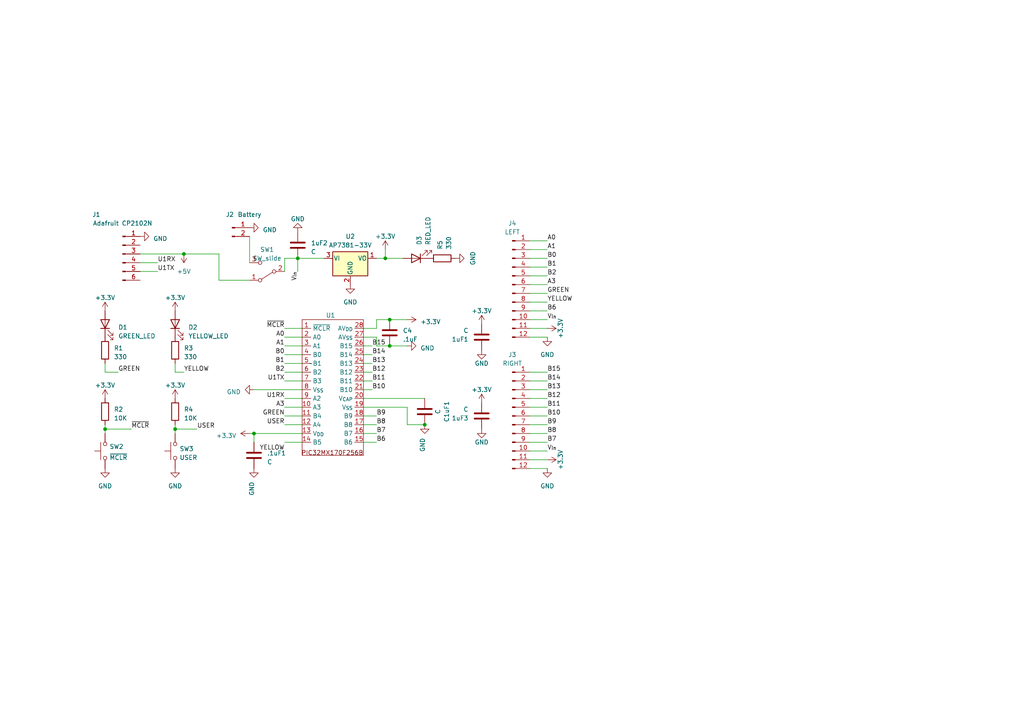
<source format=kicad_sch>
(kicad_sch (version 20230121) (generator eeschema)
  (paper "A4")
  (lib_symbols
    (symbol "Connector:Conn_01x02_Pin" (pin_names (offset 1.016) hide)
      (property "Reference" "J" (at 0 2.54 0))
      (property "Value" "Conn_01x02_Pin" (at 0 -5.08 0))
      (symbol "Conn_01x02_Pin_1_1"
        (polyline (pts (xy 1.27 -2.54) (xy 0.8636 -2.54)) (stroke (width 0.1524)))
        (polyline (pts (xy 1.27 0) (xy 0.8636 0)) (stroke (width 0.1524)))
        (rectangle (start 0.8636 -2.413) (end 0 -2.667) (stroke (width 0.1524)) (fill (type outline)))
        (rectangle (start 0.8636 0.127) (end 0 -0.127) (stroke (width 0.1524)) (fill (type outline)))
        (pin passive line (at 5.08 0 180) (length 3.81) (name "Pin_1") (number "1"))
        (pin passive line (at 5.08 -2.54 180) (length 3.81) (name "Pin_2") (number "2"))
      )
    )
    (symbol "Connector:Conn_01x06_Pin" (pin_names (offset 1.016) hide)
      (property "Reference" "J" (at 0 7.62 0))
      (property "Value" "Conn_01x06_Pin" (at 0 -10.16 0))
      (symbol "Conn_01x06_Pin_1_1"
        (polyline (pts (xy 1.27 -7.62) (xy 0.8636 -7.62)) (stroke (width 0.1524)))
        (polyline (pts (xy 1.27 -5.08) (xy 0.8636 -5.08)) (stroke (width 0.1524)))
        (polyline (pts (xy 1.27 -2.54) (xy 0.8636 -2.54)) (stroke (width 0.1524)))
        (polyline (pts (xy 1.27 0) (xy 0.8636 0)) (stroke (width 0.1524)))
        (polyline (pts (xy 1.27 2.54) (xy 0.8636 2.54)) (stroke (width 0.1524)))
        (polyline (pts (xy 1.27 5.08) (xy 0.8636 5.08)) (stroke (width 0.1524)))
        (rectangle (start 0.8636 -7.493) (end 0 -7.747) (stroke (width 0.1524)) (fill (type outline)))
        (rectangle (start 0.8636 -4.953) (end 0 -5.207) (stroke (width 0.1524)) (fill (type outline)))
        (rectangle (start 0.8636 -2.413) (end 0 -2.667) (stroke (width 0.1524)) (fill (type outline)))
        (rectangle (start 0.8636 0.127) (end 0 -0.127) (stroke (width 0.1524)) (fill (type outline)))
        (rectangle (start 0.8636 2.667) (end 0 2.413) (stroke (width 0.1524)) (fill (type outline)))
        (rectangle (start 0.8636 5.207) (end 0 4.953) (stroke (width 0.1524)) (fill (type outline)))
        (pin passive line (at 5.08 5.08 180) (length 3.81) (name "Pin_1") (number "1"))
        (pin passive line (at 5.08 2.54 180) (length 3.81) (name "Pin_2") (number "2"))
        (pin passive line (at 5.08 0 180) (length 3.81) (name "Pin_3") (number "3"))
        (pin passive line (at 5.08 -2.54 180) (length 3.81) (name "Pin_4") (number "4"))
        (pin passive line (at 5.08 -5.08 180) (length 3.81) (name "Pin_5") (number "5"))
        (pin passive line (at 5.08 -7.62 180) (length 3.81) (name "Pin_6") (number "6"))
      )
    )
    (symbol "Connector:Conn_01x12_Pin" (pin_names (offset 1.016) hide)
      (property "Reference" "J" (at 0 15.24 0))
      (property "Value" "Conn_01x12_Pin" (at 0 -17.78 0))
      (symbol "Conn_01x12_Pin_1_1"
        (polyline (pts (xy 1.27 -15.24) (xy 0.8636 -15.24)) (stroke (width 0.1524)))
        (polyline (pts (xy 1.27 -12.7) (xy 0.8636 -12.7)) (stroke (width 0.1524)))
        (polyline (pts (xy 1.27 -10.16) (xy 0.8636 -10.16)) (stroke (width 0.1524)))
        (polyline (pts (xy 1.27 -7.62) (xy 0.8636 -7.62)) (stroke (width 0.1524)))
        (polyline (pts (xy 1.27 -5.08) (xy 0.8636 -5.08)) (stroke (width 0.1524)))
        (polyline (pts (xy 1.27 -2.54) (xy 0.8636 -2.54)) (stroke (width 0.1524)))
        (polyline (pts (xy 1.27 0) (xy 0.8636 0)) (stroke (width 0.1524)))
        (polyline (pts (xy 1.27 2.54) (xy 0.8636 2.54)) (stroke (width 0.1524)))
        (polyline (pts (xy 1.27 5.08) (xy 0.8636 5.08)) (stroke (width 0.1524)))
        (polyline (pts (xy 1.27 7.62) (xy 0.8636 7.62)) (stroke (width 0.1524)))
        (polyline (pts (xy 1.27 10.16) (xy 0.8636 10.16)) (stroke (width 0.1524)))
        (polyline (pts (xy 1.27 12.7) (xy 0.8636 12.7)) (stroke (width 0.1524)))
        (rectangle (start 0.8636 -15.113) (end 0 -15.367) (stroke (width 0.1524)) (fill (type outline)))
        (rectangle (start 0.8636 -12.573) (end 0 -12.827) (stroke (width 0.1524)) (fill (type outline)))
        (rectangle (start 0.8636 -10.033) (end 0 -10.287) (stroke (width 0.1524)) (fill (type outline)))
        (rectangle (start 0.8636 -7.493) (end 0 -7.747) (stroke (width 0.1524)) (fill (type outline)))
        (rectangle (start 0.8636 -4.953) (end 0 -5.207) (stroke (width 0.1524)) (fill (type outline)))
        (rectangle (start 0.8636 -2.413) (end 0 -2.667) (stroke (width 0.1524)) (fill (type outline)))
        (rectangle (start 0.8636 0.127) (end 0 -0.127) (stroke (width 0.1524)) (fill (type outline)))
        (rectangle (start 0.8636 2.667) (end 0 2.413) (stroke (width 0.1524)) (fill (type outline)))
        (rectangle (start 0.8636 5.207) (end 0 4.953) (stroke (width 0.1524)) (fill (type outline)))
        (rectangle (start 0.8636 7.747) (end 0 7.493) (stroke (width 0.1524)) (fill (type outline)))
        (rectangle (start 0.8636 10.287) (end 0 10.033) (stroke (width 0.1524)) (fill (type outline)))
        (rectangle (start 0.8636 12.827) (end 0 12.573) (stroke (width 0.1524)) (fill (type outline)))
        (pin passive line (at 5.08 12.7 180) (length 3.81) (name "Pin_1") (number "1"))
        (pin passive line (at 5.08 -10.16 180) (length 3.81) (name "Pin_10") (number "10"))
        (pin passive line (at 5.08 -12.7 180) (length 3.81) (name "Pin_11") (number "11"))
        (pin passive line (at 5.08 -15.24 180) (length 3.81) (name "Pin_12") (number "12"))
        (pin passive line (at 5.08 10.16 180) (length 3.81) (name "Pin_2") (number "2"))
        (pin passive line (at 5.08 7.62 180) (length 3.81) (name "Pin_3") (number "3"))
        (pin passive line (at 5.08 5.08 180) (length 3.81) (name "Pin_4") (number "4"))
        (pin passive line (at 5.08 2.54 180) (length 3.81) (name "Pin_5") (number "5"))
        (pin passive line (at 5.08 0 180) (length 3.81) (name "Pin_6") (number "6"))
        (pin passive line (at 5.08 -2.54 180) (length 3.81) (name "Pin_7") (number "7"))
        (pin passive line (at 5.08 -5.08 180) (length 3.81) (name "Pin_8") (number "8"))
        (pin passive line (at 5.08 -7.62 180) (length 3.81) (name "Pin_9") (number "9"))
      )
    )
    (symbol "Device:C" (pin_numbers hide) (pin_names (offset 0.254))
      (property "Reference" "C" (at 0.635 2.54 0))
      (property "Value" "C" (at 0.635 -2.54 0))
      (symbol "C_0_1"
        (polyline (pts (xy -2.032 -0.762) (xy 2.032 -0.762)) (stroke (width 0.508)))
        (polyline (pts (xy -2.032 0.762) (xy 2.032 0.762)) (stroke (width 0.508)))
      )
      (symbol "C_1_1"
        (pin passive line (at 0 3.81 270) (length 2.794) (name "~") (number "1"))
        (pin passive line (at 0 -3.81 90) (length 2.794) (name "~") (number "2"))
      )
    )
    (symbol "Device:LED" (pin_numbers hide) (pin_names (offset 1.016) hide)
      (property "Reference" "D" (at 0 2.54 0))
      (property "Value" "LED" (at 0 -2.54 0))
      (symbol "LED_0_1"
        (polyline (pts (xy -1.27 -1.27) (xy -1.27 1.27)) (stroke (width 0.254)))
        (polyline (pts (xy -1.27 0) (xy 1.27 0)))
        (polyline (pts (xy 1.27 -1.27) (xy 1.27 1.27) (xy -1.27 0) (xy 1.27 -1.27)) (stroke (width 0.254)))
        (polyline (pts (xy -3.048 -0.762) (xy -4.572 -2.286) (xy -3.81 -2.286) (xy -4.572 -2.286) (xy -4.572 -1.524)))
        (polyline (pts (xy -1.778 -0.762) (xy -3.302 -2.286) (xy -2.54 -2.286) (xy -3.302 -2.286) (xy -3.302 -1.524)))
      )
      (symbol "LED_1_1"
        (pin passive line (at -3.81 0 0) (length 2.54) (name "K") (number "1"))
        (pin passive line (at 3.81 0 180) (length 2.54) (name "A") (number "2"))
      )
    )
    (symbol "Device:R" (pin_numbers hide) (pin_names (offset 0))
      (property "Reference" "R" (at 2.032 0 90))
      (property "Value" "R" (at 0 0 90))
      (symbol "R_0_1"
        (rectangle (start -1.016 -2.54) (end 1.016 2.54) (stroke (width 0.254)))
      )
      (symbol "R_1_1"
        (pin passive line (at 0 3.81 270) (length 1.27) (name "~") (number "1"))
        (pin passive line (at 0 -3.81 90) (length 1.27) (name "~") (number "2"))
      )
    )
    (symbol "PIC32DIP:AP7384-33V" (pin_names (offset 0.254))
      (property "Reference" "U" (at -3.81 3.175 0))
      (property "Value" "AP7381-33V" (at 0 3.175 0))
      (symbol "AP7384-33V_0_1"
        (rectangle (start -5.08 1.905) (end 5.08 -5.08) (stroke (width 0.254)) (fill (type background)))
      )
      (symbol "AP7384-33V_1_1"
        (pin power_out line (at 7.62 0 180) (length 2.54) (name "VO") (number "1"))
        (pin power_in line (at 0 -7.62 90) (length 2.54) (name "GND") (number "2"))
        (pin power_in line (at -7.62 0 0) (length 2.54) (name "VI") (number "3"))
      )
    )
    (symbol "PIC32DIP:PIC32"
      (property "Reference" "U" (at 16.51 -25.4 0))
      (symbol "PIC32_0_0"
        (text_box "PIC32MX170F256B\n" (at -3.81 -24.13 0) (size 19.05 -3.81) (stroke (width -0.0001)) (effects (font (size 1.27 1.27)) (justify left top)))
      )
      (symbol "PIC32_0_1"
        (rectangle (start -2.54 12.7) (end 15.24 -26.67))
      )
      (symbol "PIC32_1_1"
        (pin input line (at -2.54 10.16 0) (length 2.54) (name "~{MCLR}") (number "1"))
        (pin input line (at -2.54 -12.7 0) (length 2.54) (name "A3") (number "10"))
        (pin input line (at -2.54 -15.24 0) (length 2.54) (name "B4") (number "11"))
        (pin input line (at -2.54 -17.78 0) (length 2.54) (name "A4") (number "12"))
        (pin input line (at -2.54 -20.32 0) (length 2.54) (name "V_{DD}") (number "13"))
        (pin input line (at -2.54 -22.86 0) (length 2.54) (name "B5") (number "14"))
        (pin input line (at 15.24 -22.86 180) (length 2.54) (name "B6") (number "15"))
        (pin input line (at 15.24 -20.32 180) (length 2.54) (name "B7") (number "16"))
        (pin input line (at 15.24 -17.78 180) (length 2.54) (name "B8") (number "17"))
        (pin input line (at 15.24 -15.24 180) (length 2.54) (name "B9") (number "18"))
        (pin input line (at 15.24 -12.7 180) (length 2.54) (name "V_{SS}") (number "19"))
        (pin input line (at -2.54 7.62 0) (length 2.54) (name "A0") (number "2"))
        (pin input line (at 15.24 -10.16 180) (length 2.54) (name "V_{CAP}") (number "20"))
        (pin input line (at 15.24 -7.62 180) (length 2.54) (name "B10") (number "21"))
        (pin input line (at 15.24 -5.08 180) (length 2.54) (name "B11") (number "22"))
        (pin input line (at 15.24 -2.54 180) (length 2.54) (name "B12") (number "23"))
        (pin input line (at 15.24 0 180) (length 2.54) (name "B13") (number "24"))
        (pin input line (at 15.24 2.54 180) (length 2.54) (name "B14") (number "25"))
        (pin input line (at 15.24 5.08 180) (length 2.54) (name "B15") (number "26"))
        (pin input line (at 15.24 7.62 180) (length 2.54) (name "AV_{SS}") (number "27"))
        (pin input line (at 15.24 10.16 180) (length 2.54) (name "AV_{DD}") (number "28"))
        (pin input line (at -2.54 5.08 0) (length 2.54) (name "A1") (number "3"))
        (pin input line (at -2.54 2.54 0) (length 2.54) (name "B0") (number "4"))
        (pin input line (at -2.54 0 0) (length 2.54) (name "B1") (number "5"))
        (pin input line (at -2.54 -2.54 0) (length 2.54) (name "B2") (number "6"))
        (pin input line (at -2.54 -5.08 0) (length 2.54) (name "B3") (number "7"))
        (pin input line (at -2.54 -7.62 0) (length 2.54) (name "V_{SS}") (number "8"))
        (pin input line (at -2.54 -10.16 0) (length 2.54) (name "A2") (number "9"))
      )
    )
    (symbol "Switch:SW_Push" (pin_numbers hide) (pin_names (offset 1.016) hide)
      (property "Reference" "SW" (at 1.27 2.54 0))
      (property "Value" "SW_Push" (at 0 -1.524 0))
      (symbol "SW_Push_0_1"
        (circle (center -2.032 0) (radius 0.508))
        (polyline (pts (xy 0 1.27) (xy 0 3.048)))
        (polyline (pts (xy 2.54 1.27) (xy -2.54 1.27)))
        (circle (center 2.032 0) (radius 0.508))
        (pin passive line (at -5.08 0 0) (length 2.54) (name "1") (number "1"))
        (pin passive line (at 5.08 0 180) (length 2.54) (name "2") (number "2"))
      )
    )
    (symbol "Switch:SW_SPDT" (pin_names (offset 0) hide)
      (property "Reference" "SW" (at 0 4.318 0))
      (property "Value" "SW_SPDT" (at 0 -5.08 0))
      (symbol "SW_SPDT_0_0"
        (circle (center -2.032 0) (radius 0.508))
        (circle (center 2.032 -2.54) (radius 0.508))
      )
      (symbol "SW_SPDT_0_1"
        (polyline (pts (xy -1.524 0.254) (xy 1.651 2.286)))
        (circle (center 2.032 2.54) (radius 0.508))
      )
      (symbol "SW_SPDT_1_1"
        (pin passive line (at 5.08 2.54 180) (length 2.54) (name "A") (number "1"))
        (pin passive line (at -5.08 0 0) (length 2.54) (name "B") (number "2"))
        (pin passive line (at 5.08 -2.54 180) (length 2.54) (name "C") (number "3"))
      )
    )
    (symbol "power:+3.3V" (power) (pin_names (offset 0))
      (property "Value" "+3.3V" (at 0 3.556 0))
      (symbol "+3.3V_0_1"
        (polyline (pts (xy -0.762 1.27) (xy 0 2.54)))
        (polyline (pts (xy 0 0) (xy 0 2.54)))
        (polyline (pts (xy 0 2.54) (xy 0.762 1.27)))
      )
      (symbol "+3.3V_1_1"
        (pin power_in line (at 0 0 90) (length 0) hide (name "+3.3V") (number "1"))
      )
    )
    (symbol "power:+5V" (power) (pin_names (offset 0))
      (property "Value" "+5V" (at 0 3.556 0))
      (symbol "+5V_0_1"
        (polyline (pts (xy -0.762 1.27) (xy 0 2.54)))
        (polyline (pts (xy 0 0) (xy 0 2.54)))
        (polyline (pts (xy 0 2.54) (xy 0.762 1.27)))
      )
      (symbol "+5V_1_1"
        (pin power_in line (at 0 0 90) (length 0) hide (name "+5V") (number "1"))
      )
    )
    (symbol "power:GND" (power) (pin_names (offset 0))
      (property "Value" "GND" (at 0 -3.81 0))
      (symbol "GND_0_1"
        (polyline (pts (xy 0 0) (xy 0 -1.27) (xy 1.27 -1.27) (xy 0 -2.54) (xy -1.27 -1.27) (xy 0 -1.27)))
      )
      (symbol "GND_1_1"
        (pin power_in line (at 0 0 270) (length 0) hide (name "GND") (number "1"))
      )
    )
  )
  (junction (at 113.03 100.33))
  (junction (at 30.48 124.46))
  (junction (at 111.76 74.93))
  (junction (at 73.66 125.73))
  (junction (at 86.36 74.93))
  (junction (at 113.03 92.71))
  (junction (at 123.19 123.19))
  (junction (at 53.34 73.66))
  (junction (at 50.8 124.46))
  (wire (pts (xy 82.55 78.74) (xy 82.55 74.93)))
  (wire (pts (xy 105.41 110.49) (xy 107.95 110.49)))
  (wire (pts (xy 153.67 135.89) (xy 158.75 135.89)))
  (wire (pts (xy 105.41 118.11) (xy 118.11 118.11)))
  (wire (pts (xy 153.67 77.47) (xy 158.75 77.47)))
  (wire (pts (xy 40.64 73.66) (xy 53.34 73.66)))
  (wire (pts (xy 113.03 92.71) (xy 109.22 92.71)))
  (wire (pts (xy 105.41 102.87) (xy 107.95 102.87)))
  (wire (pts (xy 82.55 95.25) (xy 87.63 95.25)))
  (wire (pts (xy 72.39 125.73) (xy 73.66 125.73)))
  (wire (pts (xy 105.41 113.03) (xy 107.95 113.03)))
  (wire (pts (xy 153.67 74.93) (xy 158.75 74.93)))
  (wire (pts (xy 109.22 74.93) (xy 111.76 74.93)))
  (wire (pts (xy 40.64 78.74) (xy 45.72 78.74)))
  (wire (pts (xy 153.67 95.25) (xy 158.75 95.25)))
  (wire (pts (xy 153.67 113.03) (xy 158.75 113.03)))
  (wire (pts (xy 153.67 133.35) (xy 158.75 133.35)))
  (wire (pts (xy 153.67 123.19) (xy 158.75 123.19)))
  (wire (pts (xy 105.41 125.73) (xy 109.22 125.73)))
  (wire (pts (xy 50.8 123.19) (xy 50.8 124.46)))
  (wire (pts (xy 72.39 81.28) (xy 63.5 81.28)))
  (wire (pts (xy 72.39 68.58) (xy 72.39 76.2)))
  (wire (pts (xy 118.11 123.19) (xy 123.19 123.19)))
  (wire (pts (xy 63.5 81.28) (xy 63.5 73.66)))
  (wire (pts (xy 111.76 74.93) (xy 116.84 74.93)))
  (wire (pts (xy 153.67 125.73) (xy 158.75 125.73)))
  (wire (pts (xy 63.5 73.66) (xy 53.34 73.66)))
  (wire (pts (xy 113.03 100.33) (xy 118.11 100.33)))
  (wire (pts (xy 109.22 92.71) (xy 109.22 95.25)))
  (wire (pts (xy 109.22 100.33) (xy 113.03 100.33)))
  (wire (pts (xy 50.8 124.46) (xy 50.8 125.73)))
  (wire (pts (xy 153.67 82.55) (xy 158.75 82.55)))
  (wire (pts (xy 30.48 123.19) (xy 30.48 124.46)))
  (wire (pts (xy 153.67 80.01) (xy 158.75 80.01)))
  (wire (pts (xy 82.55 107.95) (xy 87.63 107.95)))
  (wire (pts (xy 105.41 100.33) (xy 107.95 100.33)))
  (wire (pts (xy 105.41 107.95) (xy 107.95 107.95)))
  (wire (pts (xy 82.55 115.57) (xy 87.63 115.57)))
  (wire (pts (xy 105.41 128.27) (xy 109.22 128.27)))
  (wire (pts (xy 109.22 95.25) (xy 105.41 95.25)))
  (wire (pts (xy 30.48 124.46) (xy 30.48 125.73)))
  (wire (pts (xy 86.36 74.93) (xy 86.36 78.74)))
  (wire (pts (xy 153.67 107.95) (xy 158.75 107.95)))
  (wire (pts (xy 82.55 105.41) (xy 87.63 105.41)))
  (wire (pts (xy 40.64 76.2) (xy 45.72 76.2)))
  (wire (pts (xy 153.67 110.49) (xy 158.75 110.49)))
  (wire (pts (xy 82.55 97.79) (xy 87.63 97.79)))
  (wire (pts (xy 109.22 97.79) (xy 109.22 100.33)))
  (wire (pts (xy 105.41 105.41) (xy 107.95 105.41)))
  (wire (pts (xy 82.55 74.93) (xy 86.36 74.93)))
  (wire (pts (xy 82.55 128.27) (xy 87.63 128.27)))
  (wire (pts (xy 82.55 110.49) (xy 87.63 110.49)))
  (wire (pts (xy 73.66 125.73) (xy 73.66 128.27)))
  (wire (pts (xy 153.67 72.39) (xy 158.75 72.39)))
  (wire (pts (xy 30.48 124.46) (xy 38.1 124.46)))
  (wire (pts (xy 153.67 115.57) (xy 158.75 115.57)))
  (wire (pts (xy 153.67 87.63) (xy 158.75 87.63)))
  (wire (pts (xy 105.41 123.19) (xy 109.22 123.19)))
  (wire (pts (xy 153.67 118.11) (xy 158.75 118.11)))
  (wire (pts (xy 153.67 92.71) (xy 158.75 92.71)))
  (wire (pts (xy 118.11 118.11) (xy 118.11 123.19)))
  (wire (pts (xy 86.36 74.93) (xy 93.98 74.93)))
  (wire (pts (xy 30.48 107.95) (xy 30.48 105.41)))
  (wire (pts (xy 153.67 120.65) (xy 158.75 120.65)))
  (wire (pts (xy 153.67 130.81) (xy 158.75 130.81)))
  (wire (pts (xy 105.41 120.65) (xy 109.22 120.65)))
  (wire (pts (xy 105.41 97.79) (xy 109.22 97.79)))
  (wire (pts (xy 153.67 90.17) (xy 158.75 90.17)))
  (wire (pts (xy 50.8 107.95) (xy 50.8 105.41)))
  (wire (pts (xy 153.67 128.27) (xy 158.75 128.27)))
  (wire (pts (xy 82.55 102.87) (xy 87.63 102.87)))
  (wire (pts (xy 113.03 92.71) (xy 118.11 92.71)))
  (wire (pts (xy 82.55 120.65) (xy 87.63 120.65)))
  (wire (pts (xy 82.55 118.11) (xy 87.63 118.11)))
  (wire (pts (xy 153.67 85.09) (xy 158.75 85.09)))
  (wire (pts (xy 53.34 107.95) (xy 50.8 107.95)))
  (wire (pts (xy 82.55 123.19) (xy 87.63 123.19)))
  (wire (pts (xy 153.67 97.79) (xy 158.75 97.79)))
  (wire (pts (xy 73.66 125.73) (xy 87.63 125.73)))
  (wire (pts (xy 153.67 69.85) (xy 158.75 69.85)))
  (wire (pts (xy 50.8 124.46) (xy 57.15 124.46)))
  (wire (pts (xy 34.29 107.95) (xy 30.48 107.95)))
  (wire (pts (xy 73.66 113.03) (xy 87.63 113.03)))
  (wire (pts (xy 111.76 72.39) (xy 111.76 74.93)))
  (wire (pts (xy 82.55 100.33) (xy 87.63 100.33)))
  (wire (pts (xy 105.41 115.57) (xy 123.19 115.57)))
  (label "B13" (at 107.95 105.41 0))
  (label "YELLOW" (at 158.75 87.63 0))
  (label "B9" (at 109.22 120.65 0))
  (label "B12" (at 107.95 107.95 0))
  (label "YELLOW" (at 82.55 130.81 180))
  (label "U1TX" (at 45.72 78.74 0))
  (label "GREEN" (at 82.55 120.65 180))
  (label "B9" (at 158.75 123.19 0))
  (label "B0" (at 158.75 74.93 0))
  (label "YELLOW" (at 53.34 107.95 0))
  (label "U1TX" (at 82.55 110.49 180))
  (label "~{MCLR}" (at 82.55 95.25 180))
  (label "B2" (at 158.75 80.01 0))
  (label "V_{in}" (at 86.36 78.74 270))
  (label "USER" (at 82.55 123.19 180))
  (label "B13" (at 158.75 113.03 0))
  (label "B7" (at 158.75 128.27 0))
  (label "B1" (at 82.55 105.41 180))
  (label "B0" (at 82.55 102.87 180))
  (label "B15" (at 107.95 100.33 0))
  (label "B10" (at 158.75 120.65 0))
  (label "B15" (at 158.75 107.95 0))
  (label "GREEN" (at 158.75 85.09 0))
  (label "B10" (at 107.95 113.03 0))
  (label "U1RX" (at 82.55 115.57 180))
  (label "B14" (at 158.75 110.49 0))
  (label "U1RX" (at 45.72 76.2 0))
  (label "A0" (at 82.55 97.79 180))
  (label "B6" (at 109.22 128.27 0))
  (label "B11" (at 158.75 118.11 0))
  (label "B12" (at 158.75 115.57 0))
  (label "A3" (at 82.55 118.11 180))
  (label "USER" (at 57.15 124.46 0))
  (label "A1" (at 82.55 100.33 180))
  (label "~{MCLR}" (at 38.1 124.46 0))
  (label "A1" (at 158.75 72.39 0))
  (label "B14" (at 107.95 102.87 0))
  (label "B6" (at 158.75 90.17 0))
  (label "V_{in}" (at 158.75 92.71 0))
  (label "A3" (at 158.75 82.55 0))
  (label "A0" (at 158.75 69.85 0))
  (label "B2" (at 82.55 107.95 180))
  (label "B8" (at 158.75 125.73 0))
  (label "B8" (at 109.22 123.19 0))
  (label "B7" (at 109.22 125.73 0))
  (label "GREEN" (at 34.29 107.95 0))
  (label "B1" (at 158.75 77.47 0))
  (label "B11" (at 107.95 110.49 0))
  (label "V_{in}" (at 158.75 130.81 0))
  (symbol (lib_id "power:+3.3V") (at 118.11 92.71 270) (unit 1)
    (property "Reference" "#PWR014" (effects hide))
    (property "Value" "+3.3V" (at 121.92 93.345 90) (effects (justify left)))
  )
  (symbol (lib_id "Connector:Conn_01x12_Pin") (at 148.59 82.55 0) (unit 1)
    (property "Reference" "J4" (at 148.59 64.77 0))
    (property "Value" "LEFT" (at 148.59 67.31 0))
    (property "Footprint" "Connector_PinSocket_2.54mm:PinSocket_1x12_P2.54mm_Vertical" (effects hide))
  )
  (symbol (lib_id "power:+3.3V") (at 50.8 115.57 0) (unit 1)
    (property "Reference" "#PWR013" (effects hide))
    (property "Value" "+3.3V" (at 50.8 111.76 0))
  )
  (symbol (lib_id "Connector:Conn_01x02_Pin") (at 67.31 66.04 0) (unit 1)
    (property "Reference" "J2" (at 66.675 62.23 0))
    (property "Value" "Battery" (at 72.39 62.23 0))
    (property "Footprint" "Connector_PinSocket_2.54mm:PinSocket_1x02_P2.54mm_Vertical" (effects hide))
  )
  (symbol (lib_id "power:+3.3V") (at 139.7 116.84 0) (unit 1)
    (property "Reference" "#PWR02" (effects hide))
    (property "Value" "+3.3V" (at 139.7 113.03 0))
  )
  (symbol (lib_id "Device:C") (at 73.66 132.08 0) (unit 1)
    (property "Reference" ".1uF1" (at 77.47 131.445 0) (effects (justify left)))
    (property "Value" "C" (at 77.47 133.985 0) (effects (justify left)))
    (property "Footprint" "Capacitor_THT:C_Disc_D5.1mm_W3.2mm_P5.00mm" (effects hide))
  )
  (symbol (lib_id "power:+3.3V") (at 111.76 72.39 0) (unit 1)
    (property "Reference" "#PWR07" (effects hide))
    (property "Value" "+3.3V" (at 111.76 68.58 0))
  )
  (symbol (lib_id "Device:LED") (at 120.65 74.93 180) (unit 1)
    (property "Reference" "D3" (at 121.6025 71.12 90) (effects (justify right)))
    (property "Value" "RED_LED" (at 124.1425 71.12 90) (effects (justify right)))
    (property "Footprint" "LED_THT:LED_D3.0mm" (effects hide))
  )
  (symbol (lib_id "Connector:Conn_01x12_Pin") (at 148.59 120.65 0) (unit 1)
    (property "Reference" "J3" (at 148.59 102.87 0))
    (property "Value" "RIGHT" (at 148.59 105.41 0))
    (property "Footprint" "Connector_PinSocket_2.54mm:PinSocket_1x12_P2.54mm_Vertical" (effects hide))
  )
  (symbol (lib_id "Device:LED") (at 30.48 93.98 90) (unit 1)
    (property "Reference" "D1" (at 34.29 94.9325 90) (effects (justify right)))
    (property "Value" "GREEN_LED" (at 34.29 97.4725 90) (effects (justify right)))
    (property "Footprint" "LED_THT:LED_D3.0mm" (effects hide))
  )
  (symbol (lib_id "Device:C") (at 139.7 120.65 0) (unit 1)
    (property "Reference" "1uF3" (at 135.89 121.285 0) (effects (justify right)))
    (property "Value" "C" (at 135.89 118.745 0) (effects (justify right)))
    (property "Footprint" "Capacitor_THT:C_Disc_D5.1mm_W3.2mm_P5.00mm" (effects hide))
  )
  (symbol (lib_id "power:+3.3V") (at 72.39 125.73 90) (unit 1)
    (property "Reference" "#PWR018" (effects hide))
    (property "Value" "+3.3V" (at 68.58 126.365 90) (effects (justify left)))
  )
  (symbol (lib_id "power:GND") (at 139.7 101.6 0) (unit 1)
    (property "Reference" "#PWR024" (effects hide))
    (property "Value" "GND" (at 139.7 105.41 0))
  )
  (symbol (lib_id "Device:C") (at 113.03 96.52 0) (unit 1)
    (property "Reference" "C4" (at 116.84 95.885 0) (effects (justify left)))
    (property "Value" ".1uF" (at 116.84 98.425 0) (effects (justify left)))
    (property "Footprint" "Capacitor_THT:C_Disc_D5.1mm_W3.2mm_P5.00mm" (effects hide))
  )
  (symbol (lib_id "PIC32DIP:PIC32") (at 90.17 105.41 0) (unit 1)
    (property "Reference" "U1" (at 95.885 91.44 0))
    (property "Value" "~" (at 90.17 105.41 0))
    (property "Footprint" "Package_DIP:DIP-28_W7.62mm_Socket" (effects hide))
  )
  (symbol (lib_id "Device:R") (at 30.48 101.6 0) (unit 1)
    (property "Reference" "R1" (at 33.02 100.965 0) (effects (justify left)))
    (property "Value" "330" (at 33.02 103.505 0) (effects (justify left)))
    (property "Footprint" "Resistor_THT:R_Axial_DIN0207_L6.3mm_D2.5mm_P7.62mm_Horizontal" (effects hide))
  )
  (symbol (lib_id "power:GND") (at 30.48 135.89 0) (unit 1)
    (property "Reference" "#PWR09" (effects hide))
    (property "Value" "GND" (at 30.48 140.97 0))
  )
  (symbol (lib_id "power:GND") (at 123.19 123.19 0) (unit 1)
    (property "Reference" "#PWR016" (effects hide))
    (property "Value" "GND" (at 122.555 127 90) (effects (justify right)))
  )
  (symbol (lib_id "Device:LED") (at 50.8 93.98 90) (unit 1)
    (property "Reference" "D2" (at 54.61 94.9325 90) (effects (justify right)))
    (property "Value" "YELLOW_LED" (at 54.61 97.4725 90) (effects (justify right)))
    (property "Footprint" "LED_THT:LED_D3.0mm" (effects hide))
  )
  (symbol (lib_id "Device:R") (at 50.8 119.38 0) (unit 1)
    (property "Reference" "R4" (at 53.34 118.745 0) (effects (justify left)))
    (property "Value" "10K" (at 53.34 121.285 0) (effects (justify left)))
    (property "Footprint" "Resistor_THT:R_Axial_DIN0207_L6.3mm_D2.5mm_P7.62mm_Horizontal" (effects hide))
  )
  (symbol (lib_id "power:+3.3V") (at 30.48 90.17 0) (unit 1)
    (property "Reference" "#PWR08" (effects hide))
    (property "Value" "+3.3V" (at 30.48 86.36 0))
  )
  (symbol (lib_id "Switch:SW_Push") (at 50.8 130.81 90) (unit 1)
    (property "Reference" "SW3" (at 52.07 130.175 90) (effects (justify right)))
    (property "Value" "USER" (at 52.07 132.715 90) (effects (justify right)))
    (property "Footprint" "PIC32:PBSwitch" (effects hide))
  )
  (symbol (lib_id "Device:C") (at 86.36 71.12 180) (unit 1)
    (property "Reference" "1uF2" (at 90.17 70.485 0) (effects (justify right)))
    (property "Value" "C" (at 90.17 73.025 0) (effects (justify right)))
    (property "Footprint" "Capacitor_THT:C_Disc_D5.1mm_W3.2mm_P5.00mm" (effects hide))
  )
  (symbol (lib_id "power:+3.3V") (at 158.75 133.35 270) (unit 1)
    (property "Reference" "#PWR027" (effects hide))
    (property "Value" "+3.3V" (at 162.56 133.35 0))
  )
  (symbol (lib_id "Device:R") (at 50.8 101.6 0) (unit 1)
    (property "Reference" "R3" (at 53.34 100.965 0) (effects (justify left)))
    (property "Value" "330" (at 53.34 103.505 0) (effects (justify left)))
    (property "Footprint" "Resistor_THT:R_Axial_DIN0207_L6.3mm_D2.5mm_P7.62mm_Horizontal" (effects hide))
  )
  (symbol (lib_id "power:GND") (at 158.75 97.79 0) (unit 1)
    (property "Reference" "#PWR026" (effects hide))
    (property "Value" "GND" (at 158.75 102.87 0))
  )
  (symbol (lib_id "Switch:SW_SPDT") (at 77.47 78.74 180) (unit 1)
    (property "Reference" "SW1" (at 77.47 72.39 0))
    (property "Value" "SW_slide" (at 77.47 74.93 0))
    (property "Footprint" "PIC32:SlideSW" (effects hide))
  )
  (symbol (lib_id "Switch:SW_Push") (at 30.48 130.81 90) (unit 1)
    (property "Reference" "SW2" (at 31.75 129.54 90) (effects (justify right)))
    (property "Value" "~{MCLR}" (at 31.75 132.715 90) (effects (justify right)))
    (property "Footprint" "PIC32:PBSwitch" (effects hide))
  )
  (symbol (lib_id "power:GND") (at 73.66 113.03 270) (unit 1)
    (property "Reference" "#PWR020" (effects hide))
    (property "Value" "GND" (at 69.85 113.665 90) (effects (justify right)))
  )
  (symbol (lib_id "power:GND") (at 73.66 135.89 0) (unit 1)
    (property "Reference" "#PWR019" (effects hide))
    (property "Value" "GND" (at 73.025 139.7 90) (effects (justify right)))
  )
  (symbol (lib_id "power:+3.3V") (at 30.48 115.57 0) (unit 1)
    (property "Reference" "#PWR012" (effects hide))
    (property "Value" "+3.3V" (at 30.48 111.76 0))
  )
  (symbol (lib_id "Connector:Conn_01x06_Pin") (at 35.56 73.66 0) (unit 1)
    (property "Reference" "J1" (at 27.94 62.23 0))
    (property "Value" "Adafruit CP2102N" (at 35.56 64.77 0))
    (property "Footprint" "Connector_PinSocket_2.54mm:PinSocket_1x06_P2.54mm_Vertical" (effects hide))
  )
  (symbol (lib_id "power:GND") (at 118.11 100.33 90) (unit 1)
    (property "Reference" "#PWR015" (effects hide))
    (property "Value" "GND" (at 121.92 100.965 90) (effects (justify right)))
  )
  (symbol (lib_id "power:GND") (at 132.08 74.93 90) (unit 1)
    (property "Reference" "#PWR01" (effects hide))
    (property "Value" "GND" (at 137.16 74.93 0))
  )
  (symbol (lib_id "power:GND") (at 40.64 68.58 90) (unit 1)
    (property "Reference" "#PWR03" (effects hide))
    (property "Value" "GND" (at 44.45 69.215 90) (effects (justify right)))
  )
  (symbol (lib_id "power:GND") (at 139.7 124.46 0) (unit 1)
    (property "Reference" "#PWR022" (effects hide))
    (property "Value" "GND" (at 139.7 128.27 0))
  )
  (symbol (lib_id "power:+3.3V") (at 139.7 93.98 0) (unit 1)
    (property "Reference" "#PWR023" (effects hide))
    (property "Value" "+3.3V" (at 139.7 90.17 0))
  )
  (symbol (lib_id "power:GND") (at 158.75 135.89 0) (unit 1)
    (property "Reference" "#PWR028" (effects hide))
    (property "Value" "GND" (at 158.75 140.97 0))
  )
  (symbol (lib_id "power:GND") (at 72.39 66.04 90) (unit 1)
    (property "Reference" "#PWR021" (effects hide))
    (property "Value" "GND" (at 76.2 66.675 90) (effects (justify right)))
  )
  (symbol (lib_id "power:+5V") (at 53.34 73.66 180) (unit 1)
    (property "Reference" "#PWR04" (effects hide))
    (property "Value" "+5V" (at 53.34 78.74 0))
  )
  (symbol (lib_id "Device:C") (at 139.7 97.79 0) (unit 1)
    (property "Reference" "1uF1" (at 135.89 98.425 0) (effects (justify right)))
    (property "Value" "C" (at 135.89 95.885 0) (effects (justify right)))
    (property "Footprint" "Capacitor_THT:C_Disc_D5.1mm_W3.2mm_P5.00mm" (effects hide))
  )
  (symbol (lib_id "power:+3.3V") (at 50.8 90.17 0) (unit 1)
    (property "Reference" "#PWR010" (effects hide))
    (property "Value" "+3.3V" (at 50.8 86.36 0))
  )
  (symbol (lib_id "power:+3.3V") (at 158.75 95.25 270) (unit 1)
    (property "Reference" "#PWR025" (effects hide))
    (property "Value" "+3.3V" (at 162.56 95.25 0))
  )
  (symbol (lib_id "PIC32DIP:AP7384-33V") (at 101.6 74.93 0) (unit 1)
    (property "Reference" "U2" (at 101.6 68.58 0))
    (property "Value" "AP7381-33V" (at 101.6 71.12 0))
    (property "Footprint" "Package_TO_SOT_THT:TO-92_Inline" (effects hide))
  )
  (symbol (lib_id "power:GND") (at 50.8 135.89 0) (unit 1)
    (property "Reference" "#PWR011" (effects hide))
    (property "Value" "GND" (at 50.8 140.97 0))
  )
  (symbol (lib_id "power:GND") (at 86.36 67.31 180) (unit 1)
    (property "Reference" "#PWR05" (effects hide))
    (property "Value" "GND" (at 86.36 63.5 0))
  )
  (symbol (lib_id "Device:R") (at 30.48 119.38 0) (unit 1)
    (property "Reference" "R2" (at 33.02 118.745 0) (effects (justify left)))
    (property "Value" "10K" (at 33.02 121.285 0) (effects (justify left)))
    (property "Footprint" "Resistor_THT:R_Axial_DIN0207_L6.3mm_D2.5mm_P7.62mm_Horizontal" (effects hide))
  )
  (symbol (lib_id "Device:R") (at 128.27 74.93 90) (unit 1)
    (property "Reference" "R5" (at 127.635 72.39 0) (effects (justify left)))
    (property "Value" "330" (at 130.175 72.39 0) (effects (justify left)))
    (property "Footprint" "Resistor_THT:R_Axial_DIN0207_L6.3mm_D2.5mm_P7.62mm_Horizontal" (effects hide))
  )
  (symbol (lib_id "power:GND") (at 101.6 82.55 0) (unit 1)
    (property "Reference" "#PWR06" (effects hide))
    (property "Value" "GND" (at 101.6 87.63 0))
  )
  (symbol (lib_id "Device:C") (at 123.19 119.38 0) (unit 1)
    (property "Reference" "C1uF1" (at 129.54 119.38 90))
    (property "Value" "C" (at 127 119.38 90))
    (property "Footprint" "Capacitor_THT:C_Disc_D5.1mm_W3.2mm_P5.00mm" (effects hide))
  )
)
</source>
